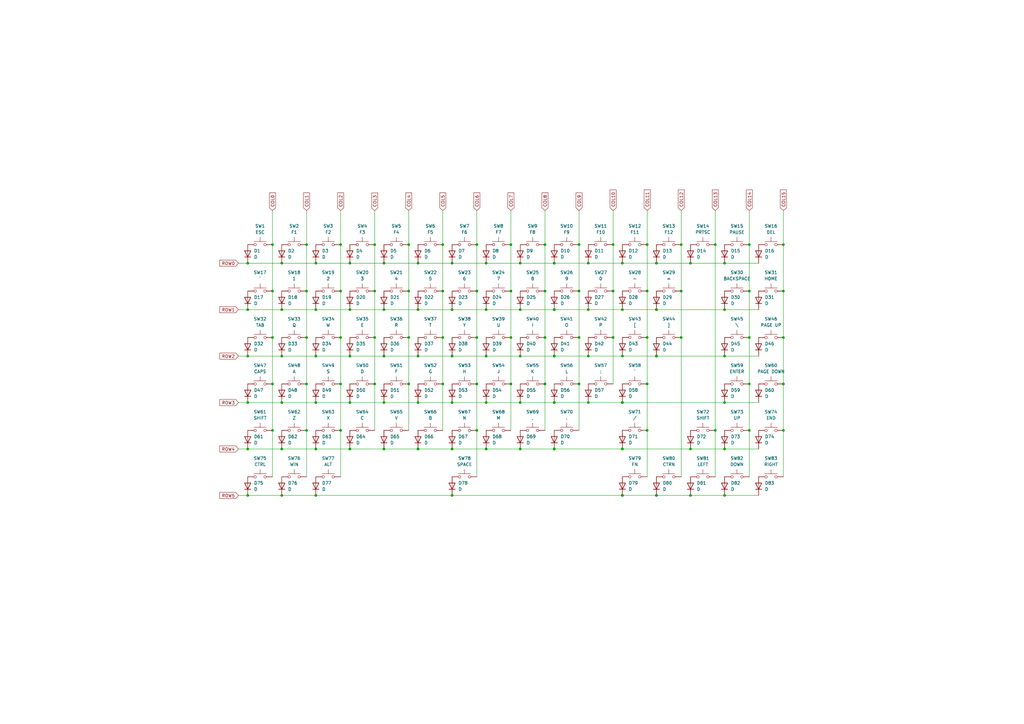
<source format=kicad_sch>
(kicad_sch (version 20211123) (generator eeschema)
  (paper "A3")
  (lib_symbols
    (symbol "Device:D" (pin_numbers hide) (pin_names (offset 1.016) hide)
      (property "Reference" "D" (at 0 2.54 0))
      (property "Value" "D" (at 0 -2.54 0))
      (symbol "D_0_1"
        (polyline (pts (xy -1.27 1.27) (xy -1.27 -1.27)) (stroke (width 0.254)))
        (polyline (pts (xy 1.27 0) (xy -1.27 0)))
        (polyline (pts (xy 1.27 1.27) (xy 1.27 -1.27) (xy -1.27 0) (xy 1.27 1.27)) (stroke (width 0.254)))
      )
      (symbol "D_1_1"
        (pin passive line (at -3.81 0 0) (length 2.54) (name "K") (number "1"))
        (pin passive line (at 3.81 0 180) (length 2.54) (name "A") (number "2"))
      )
    )
    (symbol "Switch:SW_Push" (pin_numbers hide) (pin_names (offset 1.016) hide)
      (property "Reference" "SW" (at 1.27 2.54 0))
      (property "Value" "SW_Push" (at 0 -1.524 0))
      (symbol "SW_Push_0_1"
        (circle (center -2.032 0) (radius 0.508))
        (polyline (pts (xy 0 1.27) (xy 0 3.048)))
        (polyline (pts (xy 2.54 1.27) (xy -2.54 1.27)))
        (circle (center 2.032 0) (radius 0.508))
        (pin passive line (at -5.08 0 0) (length 2.54) (name "1") (number "1"))
        (pin passive line (at 5.08 0 180) (length 2.54) (name "2") (number "2"))
      )
    )
  )
  (junction (at 171.45 127))
  (junction (at 209.55 157.48))
  (junction (at 307.34 176.53))
  (junction (at 139.7 138.43))
  (junction (at 101.6 203.2))
  (junction (at 157.48 127))
  (junction (at 255.27 126.9801))
  (junction (at 279.4 100.33))
  (junction (at 297.18 184.15))
  (junction (at 143.51 165.1))
  (junction (at 227.33 146.0301))
  (junction (at 265.43 138.4101))
  (junction (at 171.45 184.15))
  (junction (at 283.21 203.2))
  (junction (at 129.54 127))
  (junction (at 143.51 127))
  (junction (at 227.33 184.15))
  (junction (at 209.55 119.38))
  (junction (at 195.58 157.48))
  (junction (at 115.57 146.05))
  (junction (at 265.43 157.4601))
  (junction (at 227.33 107.9301))
  (junction (at 139.7 176.53))
  (junction (at 255.27 203.2))
  (junction (at 167.64 157.48))
  (junction (at 251.46 119.3601))
  (junction (at 129.54 203.2))
  (junction (at 157.48 146.05))
  (junction (at 241.3 107.9301))
  (junction (at 199.39 146.05))
  (junction (at 181.61 119.38))
  (junction (at 171.45 146.05))
  (junction (at 227.33 126.9801))
  (junction (at 125.73 138.43))
  (junction (at 139.7 157.48))
  (junction (at 265.43 176.5101))
  (junction (at 115.57 184.15))
  (junction (at 255.27 184.1301))
  (junction (at 115.57 107.95))
  (junction (at 227.33 127))
  (junction (at 111.76 138.43))
  (junction (at 307.34 138.43))
  (junction (at 269.24 203.2))
  (junction (at 185.42 203.2))
  (junction (at 241.3 126.9801))
  (junction (at 195.58 100.33))
  (junction (at 279.4 119.38))
  (junction (at 213.36 146.05))
  (junction (at 143.51 107.95))
  (junction (at 143.51 146.05))
  (junction (at 265.43 100.3101))
  (junction (at 223.52 157.48))
  (junction (at 255.27 184.15))
  (junction (at 195.58 119.38))
  (junction (at 199.39 107.95))
  (junction (at 237.49 119.3601))
  (junction (at 251.46 100.3101))
  (junction (at 307.34 119.38))
  (junction (at 213.36 107.95))
  (junction (at 143.51 184.15))
  (junction (at 269.24 127))
  (junction (at 255.27 107.9301))
  (junction (at 139.7 119.38))
  (junction (at 223.52 119.38))
  (junction (at 269.24 107.95))
  (junction (at 223.52 138.43))
  (junction (at 241.3 146.0301))
  (junction (at 269.24 203.1801))
  (junction (at 185.42 127))
  (junction (at 255.27 203.1801))
  (junction (at 237.49 138.4101))
  (junction (at 279.4 138.43))
  (junction (at 237.49 100.3101))
  (junction (at 227.33 165.1))
  (junction (at 297.18 203.2))
  (junction (at 297.18 127))
  (junction (at 199.39 127))
  (junction (at 157.48 184.15))
  (junction (at 199.39 165.1))
  (junction (at 125.73 176.53))
  (junction (at 237.49 157.4601))
  (junction (at 185.42 146.05))
  (junction (at 195.58 138.43))
  (junction (at 223.52 100.33))
  (junction (at 269.24 146.05))
  (junction (at 297.18 165.1))
  (junction (at 129.54 107.95))
  (junction (at 269.24 146.0301))
  (junction (at 195.58 176.53))
  (junction (at 111.76 119.38))
  (junction (at 153.67 157.48))
  (junction (at 185.42 165.1))
  (junction (at 227.33 184.1301))
  (junction (at 101.6 127))
  (junction (at 111.76 157.48))
  (junction (at 167.64 100.33))
  (junction (at 111.76 176.53))
  (junction (at 255.27 146.0301))
  (junction (at 321.31 100.33))
  (junction (at 269.24 107.9301))
  (junction (at 129.54 146.05))
  (junction (at 171.45 107.95))
  (junction (at 129.54 184.15))
  (junction (at 185.42 184.15))
  (junction (at 255.27 165.1))
  (junction (at 213.36 184.15))
  (junction (at 297.18 146.05))
  (junction (at 293.37 176.53))
  (junction (at 213.36 165.1))
  (junction (at 227.33 165.0801))
  (junction (at 227.33 107.95))
  (junction (at 283.21 184.15))
  (junction (at 125.73 119.38))
  (junction (at 321.31 157.48))
  (junction (at 129.54 165.1))
  (junction (at 213.36 127))
  (junction (at 111.76 100.33))
  (junction (at 125.73 157.48))
  (junction (at 321.31 176.53))
  (junction (at 115.57 203.2))
  (junction (at 167.64 138.43))
  (junction (at 101.6 165.1))
  (junction (at 209.55 138.43))
  (junction (at 269.24 126.9801))
  (junction (at 209.55 100.33))
  (junction (at 297.18 107.95))
  (junction (at 181.61 157.48))
  (junction (at 153.67 100.33))
  (junction (at 265.43 119.3601))
  (junction (at 125.73 100.33))
  (junction (at 181.61 100.33))
  (junction (at 101.6 184.15))
  (junction (at 115.57 165.1))
  (junction (at 185.42 107.95))
  (junction (at 227.33 146.05))
  (junction (at 101.6 146.05))
  (junction (at 139.7 100.33))
  (junction (at 171.45 165.1))
  (junction (at 157.48 107.95))
  (junction (at 157.48 165.1))
  (junction (at 241.3 165.0801))
  (junction (at 167.64 119.38))
  (junction (at 115.57 127))
  (junction (at 153.67 119.38))
  (junction (at 321.31 119.38))
  (junction (at 153.67 138.43))
  (junction (at 251.46 138.4101))
  (junction (at 283.21 107.95))
  (junction (at 255.27 165.0801))
  (junction (at 181.61 138.43))
  (junction (at 307.34 100.33))
  (junction (at 199.39 184.15))
  (junction (at 293.37 100.33))
  (junction (at 321.31 138.43))
  (junction (at 307.34 157.48))
  (junction (at 101.6 107.95))
  (wire (pts (xy 279.4 86.36) (xy 279.4 100.33)))
  (wire (pts (xy 195.58 86.36) (xy 195.58 100.33)))
  (wire (pts (xy 255.27 203.1801) (xy 269.24 203.1801)))
  (wire (pts (xy 265.43 119.3601) (xy 265.43 138.4101)))
  (wire (pts (xy 265.43 138.4101) (xy 265.43 157.4601)))
  (wire (pts (xy 185.42 165.1) (xy 199.39 165.1)))
  (wire (pts (xy 199.39 165.1) (xy 213.36 165.1)))
  (wire (pts (xy 269.24 146.05) (xy 297.18 146.05)))
  (wire (pts (xy 321.31 176.53) (xy 321.31 195.58)))
  (wire (pts (xy 97.79 107.95) (xy 101.6 107.95)))
  (wire (pts (xy 279.4 100.33) (xy 279.4 119.38)))
  (wire (pts (xy 199.39 127) (xy 213.36 127)))
  (wire (pts (xy 209.55 86.36) (xy 209.55 100.33)))
  (wire (pts (xy 321.31 86.36) (xy 321.31 100.33)))
  (wire (pts (xy 223.52 138.43) (xy 223.52 157.48)))
  (wire (pts (xy 293.37 176.53) (xy 293.37 195.58)))
  (wire (pts (xy 139.7 138.43) (xy 139.7 157.48)))
  (wire (pts (xy 157.48 165.1) (xy 171.45 165.1)))
  (wire (pts (xy 223.52 119.38) (xy 223.52 138.43)))
  (wire (pts (xy 129.54 146.05) (xy 143.51 146.05)))
  (wire (pts (xy 237.49 119.3601) (xy 237.49 138.4101)))
  (wire (pts (xy 293.37 86.36) (xy 293.37 100.33)))
  (wire (pts (xy 111.76 119.38) (xy 111.76 138.43)))
  (wire (pts (xy 279.4 119.38) (xy 279.4 138.43)))
  (wire (pts (xy 157.48 184.15) (xy 171.45 184.15)))
  (wire (pts (xy 115.57 203.2) (xy 129.54 203.2)))
  (wire (pts (xy 97.79 203.2) (xy 101.6 203.2)))
  (wire (pts (xy 237.49 157.4601) (xy 237.49 176.5101)))
  (wire (pts (xy 185.42 146.05) (xy 199.39 146.05)))
  (wire (pts (xy 139.7 157.48) (xy 139.7 176.53)))
  (wire (pts (xy 265.43 176.5101) (xy 265.43 195.5601)))
  (wire (pts (xy 265.43 157.4601) (xy 265.43 176.5101)))
  (wire (pts (xy 279.4 138.43) (xy 279.4 195.58)))
  (wire (pts (xy 139.7 100.33) (xy 139.7 119.38)))
  (wire (pts (xy 97.79 165.1) (xy 101.6 165.1)))
  (wire (pts (xy 195.58 138.43) (xy 195.58 157.48)))
  (wire (pts (xy 157.48 127) (xy 171.45 127)))
  (wire (pts (xy 111.76 100.33) (xy 111.76 119.38)))
  (wire (pts (xy 297.18 146.05) (xy 311.15 146.05)))
  (wire (pts (xy 269.24 127) (xy 297.18 127)))
  (wire (pts (xy 241.3 146.0301) (xy 255.27 146.0301)))
  (wire (pts (xy 321.31 100.33) (xy 321.31 119.38)))
  (wire (pts (xy 167.64 86.36) (xy 167.64 100.33)))
  (wire (pts (xy 241.3 107.9301) (xy 255.27 107.9301)))
  (wire (pts (xy 125.73 86.36) (xy 125.73 100.33)))
  (wire (pts (xy 167.64 138.43) (xy 167.64 157.48)))
  (wire (pts (xy 199.39 107.95) (xy 213.36 107.95)))
  (wire (pts (xy 213.36 165.1) (xy 227.33 165.1)))
  (wire (pts (xy 255.27 165.1) (xy 297.18 165.1)))
  (wire (pts (xy 269.24 203.2) (xy 283.21 203.2)))
  (wire (pts (xy 209.55 138.43) (xy 209.55 157.48)))
  (wire (pts (xy 129.54 107.95) (xy 143.51 107.95)))
  (wire (pts (xy 171.45 127) (xy 185.42 127)))
  (wire (pts (xy 307.34 100.33) (xy 307.34 119.38)))
  (wire (pts (xy 125.73 138.43) (xy 125.73 157.48)))
  (wire (pts (xy 171.45 184.15) (xy 185.42 184.15)))
  (wire (pts (xy 185.42 127) (xy 199.39 127)))
  (wire (pts (xy 307.34 86.36) (xy 307.34 100.33)))
  (wire (pts (xy 241.3 126.9801) (xy 255.27 126.9801)))
  (wire (pts (xy 255.27 184.15) (xy 283.21 184.15)))
  (wire (pts (xy 227.33 184.1301) (xy 255.27 184.1301)))
  (wire (pts (xy 265.43 86.3401) (xy 265.43 100.3101)))
  (wire (pts (xy 185.42 184.15) (xy 199.39 184.15)))
  (wire (pts (xy 241.3 165.0801) (xy 255.27 165.0801)))
  (wire (pts (xy 115.57 107.95) (xy 129.54 107.95)))
  (wire (pts (xy 297.18 203.2) (xy 311.15 203.2)))
  (wire (pts (xy 157.48 107.95) (xy 171.45 107.95)))
  (wire (pts (xy 251.46 119.3601) (xy 251.46 138.4101)))
  (wire (pts (xy 265.43 100.3101) (xy 265.43 119.3601)))
  (wire (pts (xy 153.67 138.43) (xy 153.67 157.48)))
  (wire (pts (xy 269.24 107.95) (xy 283.21 107.95)))
  (wire (pts (xy 171.45 146.05) (xy 185.42 146.05)))
  (wire (pts (xy 143.51 146.05) (xy 157.48 146.05)))
  (wire (pts (xy 115.57 165.1) (xy 129.54 165.1)))
  (wire (pts (xy 237.49 100.3101) (xy 237.49 119.3601)))
  (wire (pts (xy 181.61 157.48) (xy 181.61 176.53)))
  (wire (pts (xy 153.67 100.33) (xy 153.67 119.38)))
  (wire (pts (xy 297.18 107.95) (xy 311.15 107.95)))
  (wire (pts (xy 171.45 165.1) (xy 185.42 165.1)))
  (wire (pts (xy 283.21 184.15) (xy 297.18 184.15)))
  (wire (pts (xy 167.64 100.33) (xy 167.64 119.38)))
  (wire (pts (xy 153.67 86.36) (xy 153.67 100.33)))
  (wire (pts (xy 167.64 157.48) (xy 167.64 176.53)))
  (wire (pts (xy 223.52 157.48) (xy 223.52 176.53)))
  (wire (pts (xy 209.55 157.48) (xy 209.55 176.53)))
  (wire (pts (xy 227.33 126.9801) (xy 241.3 126.9801)))
  (wire (pts (xy 111.76 86.36) (xy 111.76 100.33)))
  (wire (pts (xy 237.49 86.3401) (xy 237.49 100.3101)))
  (wire (pts (xy 227.33 107.9301) (xy 241.3 107.9301)))
  (wire (pts (xy 255.27 126.9801) (xy 269.24 126.9801)))
  (wire (pts (xy 321.31 119.38) (xy 321.31 138.43)))
  (wire (pts (xy 167.64 119.38) (xy 167.64 138.43)))
  (wire (pts (xy 195.58 119.38) (xy 195.58 138.43)))
  (wire (pts (xy 181.61 138.43) (xy 181.61 157.48)))
  (wire (pts (xy 195.58 100.33) (xy 195.58 119.38)))
  (wire (pts (xy 129.54 184.15) (xy 143.51 184.15)))
  (wire (pts (xy 181.61 86.36) (xy 181.61 100.33)))
  (wire (pts (xy 237.49 138.4101) (xy 237.49 157.4601)))
  (wire (pts (xy 97.79 184.15) (xy 101.6 184.15)))
  (wire (pts (xy 139.7 176.53) (xy 139.7 195.58)))
  (wire (pts (xy 223.52 100.33) (xy 223.52 119.38)))
  (wire (pts (xy 153.67 157.48) (xy 153.67 176.53)))
  (wire (pts (xy 115.57 184.15) (xy 129.54 184.15)))
  (wire (pts (xy 97.79 127) (xy 101.6 127)))
  (wire (pts (xy 307.34 119.38) (xy 307.34 138.43)))
  (wire (pts (xy 251.46 100.3101) (xy 251.46 119.3601)))
  (wire (pts (xy 195.58 176.53) (xy 195.58 195.58)))
  (wire (pts (xy 97.79 146.05) (xy 101.6 146.05)))
  (wire (pts (xy 125.73 100.33) (xy 125.73 119.38)))
  (wire (pts (xy 171.45 107.95) (xy 185.42 107.95)))
  (wire (pts (xy 213.36 127) (xy 227.33 127)))
  (wire (pts (xy 115.57 127) (xy 129.54 127)))
  (wire (pts (xy 251.46 86.3401) (xy 251.46 100.3101)))
  (wire (pts (xy 283.21 107.95) (xy 297.18 107.95)))
  (wire (pts (xy 101.6 146.05) (xy 115.57 146.05)))
  (wire (pts (xy 307.34 157.48) (xy 307.34 176.53)))
  (wire (pts (xy 321.31 157.48) (xy 321.31 176.53)))
  (wire (pts (xy 213.36 107.95) (xy 227.33 107.95)))
  (wire (pts (xy 101.6 184.15) (xy 115.57 184.15)))
  (wire (pts (xy 227.33 146.0301) (xy 241.3 146.0301)))
  (wire (pts (xy 223.52 86.36) (xy 223.52 100.33)))
  (wire (pts (xy 143.51 165.1) (xy 157.48 165.1)))
  (wire (pts (xy 185.42 203.2) (xy 255.27 203.2)))
  (wire (pts (xy 213.36 184.15) (xy 227.33 184.15)))
  (wire (pts (xy 125.73 176.53) (xy 125.73 195.58)))
  (wire (pts (xy 293.37 100.33) (xy 293.37 176.53)))
  (wire (pts (xy 209.55 119.38) (xy 209.55 138.43)))
  (wire (pts (xy 297.18 165.1) (xy 311.15 165.1)))
  (wire (pts (xy 129.54 203.2) (xy 185.42 203.2)))
  (wire (pts (xy 101.6 165.1) (xy 115.57 165.1)))
  (wire (pts (xy 101.6 107.95) (xy 115.57 107.95)))
  (wire (pts (xy 143.51 107.95) (xy 157.48 107.95)))
  (wire (pts (xy 199.39 184.15) (xy 213.36 184.15)))
  (wire (pts (xy 213.36 146.05) (xy 227.33 146.05)))
  (wire (pts (xy 255.27 107.9301) (xy 269.24 107.9301)))
  (wire (pts (xy 111.76 138.43) (xy 111.76 157.48)))
  (wire (pts (xy 255.27 146.0301) (xy 269.24 146.0301)))
  (wire (pts (xy 307.34 138.43) (xy 307.34 157.48)))
  (wire (pts (xy 251.46 138.4101) (xy 251.46 157.4601)))
  (wire (pts (xy 185.42 107.95) (xy 199.39 107.95)))
  (wire (pts (xy 101.6 203.2) (xy 115.57 203.2)))
  (wire (pts (xy 181.61 119.38) (xy 181.61 138.43)))
  (wire (pts (xy 297.18 184.15) (xy 311.15 184.15)))
  (wire (pts (xy 143.51 184.15) (xy 157.48 184.15)))
  (wire (pts (xy 321.31 138.43) (xy 321.31 157.48)))
  (wire (pts (xy 181.61 100.33) (xy 181.61 119.38)))
  (wire (pts (xy 115.57 146.05) (xy 129.54 146.05)))
  (wire (pts (xy 111.76 176.53) (xy 111.76 195.58)))
  (wire (pts (xy 143.51 127) (xy 157.48 127)))
  (wire (pts (xy 125.73 119.38) (xy 125.73 138.43)))
  (wire (pts (xy 139.7 86.36) (xy 139.7 100.33)))
  (wire (pts (xy 139.7 119.38) (xy 139.7 138.43)))
  (wire (pts (xy 157.48 146.05) (xy 171.45 146.05)))
  (wire (pts (xy 111.76 157.48) (xy 111.76 176.53)))
  (wire (pts (xy 283.21 203.2) (xy 297.18 203.2)))
  (wire (pts (xy 199.39 146.05) (xy 213.36 146.05)))
  (wire (pts (xy 101.6 127) (xy 115.57 127)))
  (wire (pts (xy 195.58 157.48) (xy 195.58 176.53)))
  (wire (pts (xy 209.55 100.33) (xy 209.55 119.38)))
  (wire (pts (xy 307.34 176.53) (xy 307.34 195.58)))
  (wire (pts (xy 129.54 165.1) (xy 143.51 165.1)))
  (wire (pts (xy 129.54 127) (xy 143.51 127)))
  (wire (pts (xy 153.67 119.38) (xy 153.67 138.43)))
  (wire (pts (xy 125.73 157.48) (xy 125.73 176.53)))
  (wire (pts (xy 297.18 127) (xy 311.15 127)))
  (wire (pts (xy 227.33 165.0801) (xy 241.3 165.0801)))
  (global_label "COL4" (shape input) (at 167.64 86.36 90) (property "Intersheet References" "${INTERSHEET_REFS}" (effects hide)))
  (global_label "COL9" (shape input) (at 237.49 86.3401 90) (property "Intersheet References" "${INTERSHEET_REFS}" (effects hide)))
  (global_label "ROW0" (shape input) (at 97.79 107.95 180) (property "Intersheet References" "${INTERSHEET_REFS}" (effects hide)))
  (global_label "COL15" (shape input) (at 321.31 86.36 90) (property "Intersheet References" "${INTERSHEET_REFS}" (effects hide)))
  (global_label "COL14" (shape input) (at 307.34 86.36 90) (property "Intersheet References" "${INTERSHEET_REFS}" (effects hide)))
  (global_label "COL1" (shape input) (at 125.73 86.36 90) (property "Intersheet References" "${INTERSHEET_REFS}" (effects hide)))
  (global_label "COL5" (shape input) (at 181.61 86.36 90) (property "Intersheet References" "${INTERSHEET_REFS}" (effects hide)))
  (global_label "ROW4" (shape input) (at 97.79 184.15 180) (property "Intersheet References" "${INTERSHEET_REFS}" (effects hide)))
  (global_label "COL13" (shape input) (at 293.37 86.36 90) (property "Intersheet References" "${INTERSHEET_REFS}" (effects hide)))
  (global_label "COL11" (shape input) (at 265.43 86.3401 90) (property "Intersheet References" "${INTERSHEET_REFS}" (effects hide)))
  (global_label "COL2" (shape input) (at 139.7 86.36 90) (property "Intersheet References" "${INTERSHEET_REFS}" (effects hide)))
  (global_label "COL6" (shape input) (at 195.58 86.36 90) (property "Intersheet References" "${INTERSHEET_REFS}" (effects hide)))
  (global_label "COL7" (shape input) (at 209.55 86.36 90) (property "Intersheet References" "${INTERSHEET_REFS}" (effects hide)))
  (global_label "COL8" (shape input) (at 223.52 86.36 90) (property "Intersheet References" "${INTERSHEET_REFS}" (effects hide)))
  (global_label "COL3" (shape input) (at 153.67 86.4166 90) (property "Intersheet References" "${INTERSHEET_REFS}" (effects hide)))
  (global_label "COL12" (shape input) (at 279.4 86.36 90) (property "Intersheet References" "${INTERSHEET_REFS}" (effects hide)))
  (global_label "ROW5" (shape input) (at 97.79 203.2 180) (property "Intersheet References" "${INTERSHEET_REFS}" (effects hide)))
  (global_label "COL0" (shape input) (at 111.76 86.36 90) (property "Intersheet References" "${INTERSHEET_REFS}" (effects hide)))
  (global_label "COL10" (shape input) (at 251.46 86.36 90) (property "Intersheet References" "${INTERSHEET_REFS}" (effects hide)))
  (global_label "ROW1" (shape input) (at 97.79 127 180) (property "Intersheet References" "${INTERSHEET_REFS}" (effects hide)))
  (global_label "ROW3" (shape input) (at 97.79 165.1 180) (property "Intersheet References" "${INTERSHEET_REFS}" (effects hide)))
  (global_label "ROW2" (shape input) (at 97.79 146.05 180) (property "Intersheet References" "${INTERSHEET_REFS}" (effects hide)))
  (symbol (lib_id "Device:D") (at 171.45 104.14 90) (unit 1)
    (property "Reference" "D6" (at 173.99 102.8699 90) (effects (justify right)))
    (property "Value" "D" (at 173.99 105.4099 90) (effects (justify right)))
  )
  (symbol (lib_id "Switch:SW_Push") (at 120.65 157.48 0) (unit 1)
    (property "Reference" "SW48" (at 120.65 149.86 0))
    (property "Value" "A" (at 120.65 152.4 0))
  )
  (symbol (lib_id "Device:D") (at 129.54 104.14 90) (unit 1)
    (property "Reference" "D3" (at 132.08 102.8699 90) (effects (justify right)))
    (property "Value" "D" (at 132.08 105.4099 90) (effects (justify right)))
  )
  (symbol (lib_id "Switch:SW_Push") (at 120.65 195.58 0) (unit 1)
    (property "Reference" "SW76" (at 120.65 187.96 0))
    (property "Value" "WIN" (at 120.65 190.5 0))
  )
  (symbol (lib_id "Device:D") (at 213.36 142.24 90) (unit 1)
    (property "Reference" "D40" (at 215.9 140.9699 90) (effects (justify right)))
    (property "Value" "D" (at 215.9 143.5099 90) (effects (justify right)))
  )
  (symbol (lib_id "Switch:SW_Push") (at 218.44 157.48 0) (unit 1)
    (property "Reference" "SW55" (at 218.44 149.86 0))
    (property "Value" "K" (at 218.44 152.4 0))
  )
  (symbol (lib_id "Switch:SW_Push") (at 260.35 100.3101 0) (unit 1)
    (property "Reference" "SW12" (at 260.35 92.71 0))
    (property "Value" "F11" (at 260.35 95.25 0))
  )
  (symbol (lib_id "Device:D") (at 171.45 161.29 90) (unit 1)
    (property "Reference" "D52" (at 173.99 160.0199 90) (effects (justify right)))
    (property "Value" "D" (at 173.99 162.5599 90) (effects (justify right)))
  )
  (symbol (lib_id "Device:D") (at 213.36 123.19 90) (unit 1)
    (property "Reference" "D25" (at 215.9 121.9199 90) (effects (justify right)))
    (property "Value" "D" (at 215.9 124.4599 90) (effects (justify right)))
  )
  (symbol (lib_id "Switch:SW_Push") (at 106.68 157.48 0) (unit 1)
    (property "Reference" "SW47" (at 106.68 149.86 0))
    (property "Value" "CAPS" (at 106.68 152.4 0))
  )
  (symbol (lib_id "Switch:SW_Push") (at 274.32 100.33 0) (unit 1)
    (property "Reference" "SW13" (at 274.32 92.71 0))
    (property "Value" "F12" (at 274.32 95.25 0))
  )
  (symbol (lib_id "Device:D") (at 157.48 142.24 90) (unit 1)
    (property "Reference" "D36" (at 160.02 140.9699 90) (effects (justify right)))
    (property "Value" "D" (at 160.02 143.5099 90) (effects (justify right)))
  )
  (symbol (lib_id "Switch:SW_Push") (at 120.65 138.43 0) (unit 1)
    (property "Reference" "SW33" (at 120.65 130.81 0))
    (property "Value" "Q" (at 120.65 133.35 0))
  )
  (symbol (lib_id "Device:D") (at 311.15 123.19 90) (unit 1)
    (property "Reference" "D31" (at 313.69 121.9199 90) (effects (justify right)))
    (property "Value" "D" (at 313.69 124.4599 90) (effects (justify right)))
  )
  (symbol (lib_id "Device:D") (at 283.21 199.39 90) (unit 1)
    (property "Reference" "D81" (at 285.75 198.1199 90) (effects (justify right)))
    (property "Value" "D" (at 285.75 200.6599 90) (effects (justify right)))
  )
  (symbol (lib_id "Switch:SW_Push") (at 162.56 157.48 0) (unit 1)
    (property "Reference" "SW51" (at 162.56 149.86 0))
    (property "Value" "F" (at 162.56 152.4 0))
  )
  (symbol (lib_id "Device:D") (at 199.39 123.19 90) (unit 1)
    (property "Reference" "D24" (at 201.93 121.9199 90) (effects (justify right)))
    (property "Value" "D" (at 201.93 124.4599 90) (effects (justify right)))
  )
  (symbol (lib_id "Switch:SW_Push") (at 204.47 138.43 0) (unit 1)
    (property "Reference" "SW39" (at 204.47 130.81 0))
    (property "Value" "U" (at 204.47 133.35 0))
  )
  (symbol (lib_id "Switch:SW_Push") (at 176.53 157.48 0) (unit 1)
    (property "Reference" "SW52" (at 176.53 149.86 0))
    (property "Value" "G" (at 176.53 152.4 0))
  )
  (symbol (lib_id "Device:D") (at 143.51 161.29 90) (unit 1)
    (property "Reference" "D50" (at 146.05 160.0199 90) (effects (justify right)))
    (property "Value" "D" (at 146.05 162.5599 90) (effects (justify right)))
  )
  (symbol (lib_id "Switch:SW_Push") (at 232.41 157.4601 0) (unit 1)
    (property "Reference" "SW56" (at 232.41 149.86 0))
    (property "Value" "L" (at 232.41 152.4 0))
  )
  (symbol (lib_id "Device:D") (at 129.54 123.19 90) (unit 1)
    (property "Reference" "D19" (at 132.08 121.9199 90) (effects (justify right)))
    (property "Value" "D" (at 132.08 124.4599 90) (effects (justify right)))
  )
  (symbol (lib_id "Device:D") (at 115.57 142.24 90) (unit 1)
    (property "Reference" "D33" (at 118.11 140.9699 90) (effects (justify right)))
    (property "Value" "D" (at 118.11 143.5099 90) (effects (justify right)))
  )
  (symbol (lib_id "Device:D") (at 185.42 123.19 90) (unit 1)
    (property "Reference" "D23" (at 187.96 121.9199 90) (effects (justify right)))
    (property "Value" "D" (at 187.96 124.4599 90) (effects (justify right)))
  )
  (symbol (lib_id "Switch:SW_Push") (at 246.38 100.3101 0) (unit 1)
    (property "Reference" "SW11" (at 246.38 92.71 0))
    (property "Value" "F10" (at 246.38 95.25 0))
  )
  (symbol (lib_id "Switch:SW_Push") (at 106.68 119.38 0) (unit 1)
    (property "Reference" "SW17" (at 106.68 111.76 0))
    (property "Value" "`" (at 106.68 114.3 0))
  )
  (symbol (lib_id "Switch:SW_Push") (at 316.23 138.43 0) (unit 1)
    (property "Reference" "SW46" (at 316.23 130.81 0))
    (property "Value" "PAGE UP" (at 316.23 133.35 0))
  )
  (symbol (lib_id "Device:D") (at 101.6 142.24 90) (unit 1)
    (property "Reference" "D32" (at 104.14 140.9699 90) (effects (justify right)))
    (property "Value" "D" (at 104.14 143.5099 90) (effects (justify right)))
  )
  (symbol (lib_id "Device:D") (at 157.48 104.14 90) (unit 1)
    (property "Reference" "D5" (at 160.02 102.8699 90) (effects (justify right)))
    (property "Value" "D" (at 160.02 105.4099 90) (effects (justify right)))
  )
  (symbol (lib_id "Device:D") (at 129.54 161.29 90) (unit 1)
    (property "Reference" "D49" (at 132.08 160.0199 90) (effects (justify right)))
    (property "Value" "D" (at 132.08 162.5599 90) (effects (justify right)))
  )
  (symbol (lib_id "Switch:SW_Push") (at 232.41 176.5101 0) (unit 1)
    (property "Reference" "SW70" (at 232.41 168.91 0))
    (property "Value" "." (at 232.41 171.45 0))
  )
  (symbol (lib_id "Switch:SW_Push") (at 260.35 195.5601 0) (unit 1)
    (property "Reference" "SW79" (at 260.35 187.96 0))
    (property "Value" "FN" (at 260.35 190.5 0))
  )
  (symbol (lib_id "Device:D") (at 101.6 161.29 90) (unit 1)
    (property "Reference" "D47" (at 104.14 160.0199 90) (effects (justify right)))
    (property "Value" "D" (at 104.14 162.5599 90) (effects (justify right)))
  )
  (symbol (lib_id "Switch:SW_Push") (at 190.5 195.58 0) (unit 1)
    (property "Reference" "SW78" (at 190.5 187.96 0))
    (property "Value" "SPACE" (at 190.5 190.5 0))
  )
  (symbol (lib_id "Device:D") (at 115.57 161.29 90) (unit 1)
    (property "Reference" "D48" (at 118.11 160.0199 90) (effects (justify right)))
    (property "Value" "D" (at 118.11 162.5599 90) (effects (justify right)))
  )
  (symbol (lib_id "Switch:SW_Push") (at 218.44 119.38 0) (unit 1)
    (property "Reference" "SW25" (at 218.44 111.76 0))
    (property "Value" "8" (at 218.44 114.3 0))
  )
  (symbol (lib_id "Switch:SW_Push") (at 176.53 100.33 0) (unit 1)
    (property "Reference" "SW6" (at 176.53 92.71 0))
    (property "Value" "F5" (at 176.53 95.25 0))
  )
  (symbol (lib_id "Switch:SW_Push") (at 232.41 119.3601 0) (unit 1)
    (property "Reference" "SW26" (at 232.41 111.76 0))
    (property "Value" "9" (at 232.41 114.3 0))
  )
  (symbol (lib_id "Switch:SW_Push") (at 162.56 176.53 0) (unit 1)
    (property "Reference" "SW65" (at 162.56 168.91 0))
    (property "Value" "V" (at 162.56 171.45 0))
  )
  (symbol (lib_id "Device:D") (at 157.48 123.19 90) (unit 1)
    (property "Reference" "D21" (at 160.02 121.9199 90) (effects (justify right)))
    (property "Value" "D" (at 160.02 124.4599 90) (effects (justify right)))
  )
  (symbol (lib_id "Switch:SW_Push") (at 316.23 157.48 0) (unit 1)
    (property "Reference" "SW60" (at 316.23 149.86 0))
    (property "Value" "PAGE DOWN" (at 316.23 152.4 0))
  )
  (symbol (lib_id "Device:D") (at 129.54 142.24 90) (unit 1)
    (property "Reference" "D34" (at 132.08 140.9699 90) (effects (justify right)))
    (property "Value" "D" (at 132.08 143.5099 90) (effects (justify right)))
  )
  (symbol (lib_id "Device:D") (at 185.42 104.14 90) (unit 1)
    (property "Reference" "D7" (at 187.96 102.8699 90) (effects (justify right)))
    (property "Value" "D" (at 187.96 105.4099 90) (effects (justify right)))
  )
  (symbol (lib_id "Device:D") (at 241.3 142.2201 90) (unit 1)
    (property "Reference" "D42" (at 243.84 140.95 90) (effects (justify right)))
    (property "Value" "D" (at 243.84 143.49 90) (effects (justify right)))
  )
  (symbol (lib_id "Switch:SW_Push") (at 190.5 119.38 0) (unit 1)
    (property "Reference" "SW23" (at 190.5 111.76 0))
    (property "Value" "6" (at 190.5 114.3 0))
  )
  (symbol (lib_id "Device:D") (at 185.42 180.34 90) (unit 1)
    (property "Reference" "D67" (at 187.96 179.0699 90) (effects (justify right)))
    (property "Value" "D" (at 187.96 181.6099 90) (effects (justify right)))
  )
  (symbol (lib_id "Switch:SW_Push") (at 162.56 100.33 0) (unit 1)
    (property "Reference" "SW5" (at 162.56 92.71 0))
    (property "Value" "F4" (at 162.56 95.25 0))
  )
  (symbol (lib_id "Switch:SW_Push") (at 134.62 157.48 0) (unit 1)
    (property "Reference" "SW49" (at 134.62 149.86 0))
    (property "Value" "S" (at 134.62 152.4 0))
  )
  (symbol (lib_id "Switch:SW_Push") (at 246.38 138.4101 0) (unit 1)
    (property "Reference" "SW42" (at 246.38 130.81 0))
    (property "Value" "P" (at 246.38 133.35 0))
  )
  (symbol (lib_id "Device:D") (at 255.27 161.2701 90) (unit 1)
    (property "Reference" "D58" (at 257.81 160 90) (effects (justify right)))
    (property "Value" "D" (at 257.81 162.54 90) (effects (justify right)))
  )
  (symbol (lib_id "Switch:SW_Push") (at 302.26 100.33 0) (unit 1)
    (property "Reference" "SW15" (at 302.26 92.71 0))
    (property "Value" "PAUSE" (at 302.26 95.25 0))
  )
  (symbol (lib_id "Switch:SW_Push") (at 274.32 138.43 0) (unit 1)
    (property "Reference" "SW44" (at 274.32 130.81 0))
    (property "Value" "]" (at 274.32 133.35 0))
  )
  (symbol (lib_id "Switch:SW_Push") (at 148.59 100.33 0) (unit 1)
    (property "Reference" "SW4" (at 148.59 92.71 0))
    (property "Value" "F3" (at 148.59 95.25 0))
  )
  (symbol (lib_id "Switch:SW_Push") (at 302.26 176.53 0) (unit 1)
    (property "Reference" "SW73" (at 302.26 168.91 0))
    (property "Value" "UP" (at 302.26 171.45 0))
  )
  (symbol (lib_id "Device:D") (at 241.3 123.1701 90) (unit 1)
    (property "Reference" "D27" (at 243.84 121.9 90) (effects (justify right)))
    (property "Value" "D" (at 243.84 124.44 90) (effects (justify right)))
  )
  (symbol (lib_id "Switch:SW_Push") (at 302.26 119.38 0) (unit 1)
    (property "Reference" "SW30" (at 302.26 111.76 0))
    (property "Value" "BACKSPACE" (at 302.26 114.3 0))
  )
  (symbol (lib_id "Switch:SW_Push") (at 204.47 119.38 0) (unit 1)
    (property "Reference" "SW24" (at 204.47 111.76 0))
    (property "Value" "7" (at 204.47 114.3 0))
  )
  (symbol (lib_id "Switch:SW_Push") (at 302.26 195.58 0) (unit 1)
    (property "Reference" "SW82" (at 302.26 187.96 0))
    (property "Value" "DOWN" (at 302.26 190.5 0))
  )
  (symbol (lib_id "Device:D") (at 297.18 142.24 90) (unit 1)
    (property "Reference" "D45" (at 299.72 140.9699 90) (effects (justify right)))
    (property "Value" "D" (at 299.72 143.5099 90) (effects (justify right)))
  )
  (symbol (lib_id "Device:D") (at 115.57 199.39 90) (unit 1)
    (property "Reference" "D76" (at 118.11 198.1199 90) (effects (justify right)))
    (property "Value" "D" (at 118.11 200.6599 90) (effects (justify right)))
  )
  (symbol (lib_id "Switch:SW_Push") (at 120.65 119.38 0) (unit 1)
    (property "Reference" "SW18" (at 120.65 111.76 0))
    (property "Value" "1" (at 120.65 114.3 0))
  )
  (symbol (lib_id "Device:D") (at 297.18 180.34 90) (unit 1)
    (property "Reference" "D73" (at 299.72 179.0699 90) (effects (justify right)))
    (property "Value" "D" (at 299.72 181.6099 90) (effects (justify right)))
  )
  (symbol (lib_id "Device:D") (at 269.24 142.24 90) (unit 1)
    (property "Reference" "D44" (at 271.78 140.9699 90) (effects (justify right)))
    (property "Value" "D" (at 271.78 143.5099 90) (effects (justify right)))
  )
  (symbol (lib_id "Switch:SW_Push") (at 134.62 138.43 0) (unit 1)
    (property "Reference" "SW34" (at 134.62 130.81 0))
    (property "Value" "W" (at 134.62 133.35 0))
  )
  (symbol (lib_id "Device:D") (at 157.48 161.29 90) (unit 1)
    (property "Reference" "D51" (at 160.02 160.0199 90) (effects (justify right)))
    (property "Value" "D" (at 160.02 162.5599 90) (effects (justify right)))
  )
  (symbol (lib_id "Device:D") (at 241.3 104.1201 90) (unit 1)
    (property "Reference" "D11" (at 243.84 102.85 90) (effects (justify right)))
    (property "Value" "D" (at 243.84 105.39 90) (effects (justify right)))
  )
  (symbol (lib_id "Device:D") (at 115.57 123.19 90) (unit 1)
    (property "Reference" "D18" (at 118.11 121.9199 90) (effects (justify right)))
    (property "Value" "D" (at 118.11 124.4599 90) (effects (justify right)))
  )
  (symbol (lib_id "Device:D") (at 143.51 142.24 90) (unit 1)
    (property "Reference" "D35" (at 146.05 140.9699 90) (effects (justify right)))
    (property "Value" "D" (at 146.05 143.5099 90) (effects (justify right)))
  )
  (symbol (lib_id "Switch:SW_Push") (at 232.41 100.3101 0) (unit 1)
    (property "Reference" "SW10" (at 232.41 92.71 0))
    (property "Value" "F9" (at 232.41 95.25 0))
  )
  (symbol (lib_id "Device:D") (at 101.6 123.19 90) (unit 1)
    (property "Reference" "D17" (at 104.14 121.9199 90) (effects (justify right)))
    (property "Value" "D" (at 104.14 124.4599 90) (effects (justify right)))
  )
  (symbol (lib_id "Device:D") (at 199.39 180.34 90) (unit 1)
    (property "Reference" "D68" (at 201.93 179.0699 90) (effects (justify right)))
    (property "Value" "D" (at 201.93 181.6099 90) (effects (justify right)))
  )
  (symbol (lib_id "Device:D") (at 185.42 199.39 90) (unit 1)
    (property "Reference" "D78" (at 187.96 198.1199 90) (effects (justify right)))
    (property "Value" "D" (at 187.96 200.6599 90) (effects (justify right)))
  )
  (symbol (lib_id "Device:D") (at 101.6 180.34 90) (unit 1)
    (property "Reference" "D61" (at 104.14 179.0699 90) (effects (justify right)))
    (property "Value" "D" (at 104.14 181.6099 90) (effects (justify right)))
  )
  (symbol (lib_id "Switch:SW_Push") (at 204.47 100.33 0) (unit 1)
    (property "Reference" "SW8" (at 204.47 92.71 0))
    (property "Value" "F7" (at 204.47 95.25 0))
  )
  (symbol (lib_id "Device:D") (at 199.39 104.14 90) (unit 1)
    (property "Reference" "D8" (at 201.93 102.8699 90) (effects (justify right)))
    (property "Value" "D" (at 201.93 105.4099 90) (effects (justify right)))
  )
  (symbol (lib_id "Switch:SW_Push") (at 288.29 100.33 0) (unit 1)
    (property "Reference" "SW14" (at 288.29 92.71 0))
    (property "Value" "PRTSC" (at 288.29 95.25 0))
  )
  (symbol (lib_id "Switch:SW_Push") (at 162.56 119.38 0) (unit 1)
    (property "Reference" "SW21" (at 162.56 111.76 0))
    (property "Value" "4" (at 162.56 114.3 0))
  )
  (symbol (lib_id "Device:D") (at 185.42 142.24 90) (unit 1)
    (property "Reference" "D38" (at 187.96 140.9699 90) (effects (justify right)))
    (property "Value" "D" (at 187.96 143.5099 90) (effects (justify right)))
  )
  (symbol (lib_id "Device:D") (at 143.51 123.19 90) (unit 1)
    (property "Reference" "D20" (at 146.05 121.9199 90) (effects (justify right)))
    (property "Value" "D" (at 146.05 124.4599 90) (effects (justify right)))
  )
  (symbol (lib_id "Device:D") (at 297.18 161.29 90) (unit 1)
    (property "Reference" "D59" (at 299.72 160.0199 90) (effects (justify right)))
    (property "Value" "D" (at 299.72 162.5599 90) (effects (justify right)))
  )
  (symbol (lib_id "Device:D") (at 255.27 180.3201 90) (unit 1)
    (property "Reference" "D71" (at 257.81 179.05 90) (effects (justify right)))
    (property "Value" "D" (at 257.81 181.59 90) (effects (justify right)))
  )
  (symbol (lib_id "Switch:SW_Push") (at 190.5 176.53 0) (unit 1)
    (property "Reference" "SW67" (at 190.5 168.91 0))
    (property "Value" "N" (at 190.5 171.45 0))
  )
  (symbol (lib_id "Switch:SW_Push") (at 218.44 138.43 0) (unit 1)
    (property "Reference" "SW40" (at 218.44 130.81 0))
    (property "Value" "I" (at 218.44 133.35 0))
  )
  (symbol (lib_id "Switch:SW_Push") (at 232.41 138.4101 0) (unit 1)
    (property "Reference" "SW41" (at 232.41 130.81 0))
    (property "Value" "O" (at 232.41 133.35 0))
  )
  (symbol (lib_id "Device:D") (at 143.51 104.14 90) (unit 1)
    (property "Reference" "D4" (at 146.05 102.8699 90) (effects (justify right)))
    (property "Value" "D" (at 146.05 105.4099 90) (effects (justify right)))
  )
  (symbol (lib_id "Switch:SW_Push") (at 134.62 195.58 0) (unit 1)
    (property "Reference" "SW77" (at 134.62 187.96 0))
    (property "Value" "ALT" (at 134.62 190.5 0))
  )
  (symbol (lib_id "Device:D") (at 157.48 180.34 90) (unit 1)
    (property "Reference" "D65" (at 160.02 179.0699 90) (effects (justify right)))
    (property "Value" "D" (at 160.02 181.6099 90) (effects (justify right)))
  )
  (symbol (lib_id "Switch:SW_Push") (at 176.53 138.43 0) (unit 1)
    (property "Reference" "SW37" (at 176.53 130.81 0))
    (property "Value" "T" (at 176.53 133.35 0))
  )
  (symbol (lib_id "Switch:SW_Push") (at 120.65 176.53 0) (unit 1)
    (property "Reference" "SW62" (at 120.65 168.91 0))
    (property "Value" "Z" (at 120.65 171.45 0))
  )
  (symbol (lib_id "Switch:SW_Push") (at 106.68 195.58 0) (unit 1)
    (property "Reference" "SW75" (at 106.68 187.96 0))
    (property "Value" "CTRL" (at 106.68 190.5 0))
  )
  (symbol (lib_id "Switch:SW_Push") (at 274.32 119.38 0) (unit 1)
    (property "Reference" "SW29" (at 274.32 111.76 0))
    (property "Value" "=" (at 274.32 114.3 0))
  )
  (symbol (lib_id "Device:D") (at 185.42 161.29 90) (unit 1)
    (property "Reference" "D53" (at 187.96 160.0199 90) (effects (justify right)))
    (property "Value" "D" (at 187.96 162.5599 90) (effects (justify right)))
  )
  (symbol (lib_id "Device:D") (at 227.33 142.2201 90) (unit 1)
    (property "Reference" "D41" (at 229.87 140.95 90) (effects (justify right)))
    (property "Value" "D" (at 229.87 143.49 90) (effects (justify right)))
  )
  (symbol (lib_id "Switch:SW_Push") (at 148.59 157.48 0) (unit 1)
    (property "Reference" "SW50" (at 148.59 149.86 0))
    (property "Value" "D" (at 148.59 152.4 0))
  )
  (symbol (lib_id "Switch:SW_Push") (at 148.59 119.38 0) (unit 1)
    (property "Reference" "SW20" (at 148.59 111.76 0))
    (property "Value" "3" (at 148.59 114.3 0))
  )
  (symbol (lib_id "Device:D") (at 213.36 161.29 90) (unit 1)
    (property "Reference" "D55" (at 215.9 160.0199 90) (effects (justify right)))
    (property "Value" "D" (at 215.9 162.5599 90) (effects (justify right)))
  )
  (symbol (lib_id "Device:D") (at 311.15 104.14 90) (unit 1)
    (property "Reference" "D16" (at 313.69 102.8699 90) (effects (justify right)))
    (property "Value" "D" (at 313.69 105.4099 90) (effects (justify right)))
  )
  (symbol (lib_id "Device:D") (at 227.33 161.2701 90) (unit 1)
    (property "Reference" "D56" (at 229.87 160 90) (effects (justify right)))
    (property "Value" "D" (at 229.87 162.54 90) (effects (justify right)))
  )
  (symbol (lib_id "Switch:SW_Push") (at 134.62 119.38 0) (unit 1)
    (property "Reference" "SW19" (at 134.62 111.76 0))
    (property "Value" "2" (at 134.62 114.3 0))
  )
  (symbol (lib_id "Device:D") (at 171.45 180.34 90) (unit 1)
    (property "Reference" "D66" (at 173.99 179.0699 90) (effects (justify right)))
    (property "Value" "D" (at 173.99 181.6099 90) (effects (justify right)))
  )
  (symbol (lib_id "Switch:SW_Push") (at 288.29 176.53 0) (unit 1)
    (property "Reference" "SW72" (at 288.29 168.91 0))
    (property "Value" "SHIFT" (at 288.29 171.45 0))
  )
  (symbol (lib_id "Device:D") (at 227.33 104.1201 90) (unit 1)
    (property "Reference" "D10" (at 229.87 102.85 90) (effects (justify right)))
    (property "Value" "D" (at 229.87 105.39 90) (effects (justify right)))
  )
  (symbol (lib_id "Device:D") (at 283.21 180.34 90) (unit 1)
    (property "Reference" "D72" (at 285.75 179.0699 90) (effects (justify right)))
    (property "Value" "D" (at 285.75 181.6099 90) (effects (justify right)))
  )
  (symbol (lib_id "Device:D") (at 129.54 199.39 90) (unit 1)
    (property "Reference" "D77" (at 132.08 198.1199 90) (effects (justify right)))
    (property "Value" "D" (at 132.08 200.6599 90) (effects (justify right)))
  )
  (symbol (lib_id "Switch:SW_Push") (at 190.5 157.48 0) (unit 1)
    (property "Reference" "SW53" (at 190.5 149.86 0))
    (property "Value" "H" (at 190.5 152.4 0))
  )
  (symbol (lib_id "Switch:SW_Push") (at 204.47 176.53 0) (unit 1)
    (property "Reference" "SW68" (at 204.47 168.91 0))
    (property "Value" "M" (at 204.47 171.45 0))
  )
  (symbol (lib_id "Switch:SW_Push") (at 246.38 119.3601 0) (unit 1)
    (property "Reference" "SW27" (at 246.38 111.76 0))
    (property "Value" "0" (at 246.38 114.3 0))
  )
  (symbol (lib_id "Device:D") (at 297.18 104.14 90) (unit 1)
    (property "Reference" "D15" (at 299.72 102.8699 90) (effects (justify right)))
    (property "Value" "D" (at 299.72 105.4099 90) (effects (justify right)))
  )
  (symbol (lib_id "Device:D") (at 143.51 180.34 90) (unit 1)
    (property "Reference" "D64" (at 146.05 179.0699 90) (effects (justify right)))
    (property "Value" "D" (at 146.05 181.6099 90) (effects (justify right)))
  )
  (symbol (lib_id "Switch:SW_Push") (at 106.68 176.53 0) (unit 1)
    (property "Reference" "SW61" (at 106.68 168.91 0))
    (property "Value" "SHIFT" (at 106.68 171.45 0))
  )
  (symbol (lib_id "Device:D") (at 241.3 161.2701 90) (unit 1)
    (property "Reference" "D57" (at 243.84 160 90) (effects (justify right)))
    (property "Value" "D" (at 243.84 162.54 90) (effects (justify right)))
  )
  (symbol (lib_id "Device:D") (at 297.18 199.39 90) (unit 1)
    (property "Reference" "D82" (at 299.72 198.1199 90) (effects (justify right)))
    (property "Value" "D" (at 299.72 200.6599 90) (effects (justify right)))
  )
  (symbol (lib_id "Switch:SW_Push") (at 134.62 176.53 0) (unit 1)
    (property "Reference" "SW63" (at 134.62 168.91 0))
    (property "Value" "X" (at 134.62 171.45 0))
  )
  (symbol (lib_id "Switch:SW_Push") (at 260.35 138.4101 0) (unit 1)
    (property "Reference" "SW43" (at 260.35 130.81 0))
    (property "Value" "[" (at 260.35 133.35 0))
  )
  (symbol (lib_id "Switch:SW_Push") (at 316.23 195.58 0) (unit 1)
    (property "Reference" "SW83" (at 316.23 187.96 0))
    (property "Value" "RIGHT" (at 316.23 190.5 0))
  )
  (symbol (lib_id "Switch:SW_Push") (at 148.59 176.53 0) (unit 1)
    (property "Reference" "SW64" (at 148.59 168.91 0))
    (property "Value" "C" (at 148.59 171.45 0))
  )
  (symbol (lib_id "Device:D") (at 115.57 104.14 90) (unit 1)
    (property "Reference" "D2" (at 118.11 102.8699 90) (effects (justify right)))
    (property "Value" "D" (at 118.11 105.4099 90) (effects (justify right)))
  )
  (symbol (lib_id "Switch:SW_Push") (at 176.53 119.38 0) (unit 1)
    (property "Reference" "SW22" (at 176.53 111.76 0))
    (property "Value" "5" (at 176.53 114.3 0))
  )
  (symbol (lib_id "Device:D") (at 311.15 180.34 90) (unit 1)
    (property "Reference" "D74" (at 313.69 179.0699 90) (effects (justify right)))
    (property "Value" "D" (at 313.69 181.6099 90) (effects (justify right)))
  )
  (symbol (lib_id "Switch:SW_Push") (at 106.68 100.33 0) (unit 1)
    (property "Reference" "SW1" (at 106.68 92.71 0))
    (property "Value" "ESC" (at 106.68 95.25 0))
  )
  (symbol (lib_id "Switch:SW_Push") (at 302.26 138.43 0) (unit 1)
    (property "Reference" "SW45" (at 302.26 130.81 0))
    (property "Value" "\\" (at 302.26 133.35 0))
  )
  (symbol (lib_id "Switch:SW_Push") (at 260.35 176.5101 0) (unit 1)
    (property "Reference" "SW71" (at 260.35 168.91 0))
    (property "Value" "/" (at 260.35 171.45 0))
  )
  (symbol (lib_id "Device:D") (at 297.18 123.19 90) (unit 1)
    (property "Reference" "D30" (at 299.72 121.9199 90) (effects (justify right)))
    (property "Value" "D" (at 299.72 124.4599 90) (effects (justify right)))
  )
  (symbol (lib_id "Switch:SW_Push") (at 316.23 176.53 0) (unit 1)
    (property "Reference" "SW74" (at 316.23 168.91 0))
    (property "Value" "END" (at 316.23 171.45 0))
  )
  (symbol (lib_id "Switch:SW_Push") (at 148.59 138.43 0) (unit 1)
    (property "Reference" "SW35" (at 148.59 130.81 0))
    (property "Value" "E" (at 148.59 133.35 0))
  )
  (symbol (lib_id "Switch:SW_Push") (at 190.5 138.43 0) (unit 1)
    (property "Reference" "SW38" (at 190.5 130.81 0))
    (property "Value" "Y" (at 190.5 133.35 0))
  )
  (symbol (lib_id "Switch:SW_Push") (at 288.29 195.58 0) (unit 1)
    (property "Reference" "SW81" (at 288.29 187.96 0))
    (property "Value" "LEFT" (at 288.29 190.5 0))
  )
  (symbol (lib_id "Device:D") (at 101.6 199.39 90) (unit 1)
    (property "Reference" "D75" (at 104.14 198.1199 90) (effects (justify right)))
    (property "Value" "D" (at 104.14 200.6599 90) (effects (justify right)))
  )
  (symbol (lib_id "Device:D") (at 227.33 180.3201 90) (unit 1)
    (property "Reference" "D70" (at 229.87 179.05 90) (effects (justify right)))
    (property "Value" "D" (at 229.87 181.59 90) (effects (justify right)))
  )
  (symbol (lib_id "Device:D") (at 269.24 104.14 90) (unit 1)
    (property "Reference" "D13" (at 271.78 102.8699 90) (effects (justify right)))
    (property "Value" "D" (at 271.78 105.4099 90) (effects (justify right)))
  )
  (symbol (lib_id "Switch:SW_Push") (at 176.53 176.53 0) (unit 1)
    (property "Reference" "SW66" (at 176.53 168.91 0))
    (property "Value" "B" (at 176.53 171.45 0))
  )
  (symbol (lib_id "Switch:SW_Push") (at 302.26 157.48 0) (unit 1)
    (property "Reference" "SW59" (at 302.26 149.86 0))
    (property "Value" "ENTER" (at 302.26 152.4 0))
  )
  (symbol (lib_id "Device:D") (at 199.39 142.24 90) (unit 1)
    (property "Reference" "D39" (at 201.93 140.9699 90) (effects (justify right)))
    (property "Value" "D" (at 201.93 143.5099 90) (effects (justify right)))
  )
  (symbol (lib_id "Switch:SW_Push") (at 218.44 100.33 0) (unit 1)
    (property "Reference" "SW9" (at 218.44 92.71 0))
    (property "Value" "F8" (at 218.44 95.25 0))
  )
  (symbol (lib_id "Device:D") (at 255.27 142.2201 90) (unit 1)
    (property "Reference" "D43" (at 257.81 140.95 90) (effects (justify right)))
    (property "Value" "D" (at 257.81 143.49 90) (effects (justify right)))
  )
  (symbol (lib_id "Switch:SW_Push") (at 260.35 119.3601 0) (unit 1)
    (property "Reference" "SW28" (at 260.35 111.76 0))
    (property "Value" "-" (at 260.35 114.3 0))
  )
  (symbol (lib_id "Switch:SW_Push") (at 190.5 100.33 0) (unit 1)
    (property "Reference" "SW7" (at 190.5 92.71 0))
    (property "Value" "F6" (at 190.5 95.25 0))
  )
  (symbol (lib_id "Device:D") (at 129.54 180.34 90) (unit 1)
    (property "Reference" "D63" (at 132.08 179.0699 90) (effects (justify right)))
    (property "Value" "D" (at 132.08 181.6099 90) (effects (justify right)))
  )
  (symbol (lib_id "Device:D") (at 101.6 104.14 90) (unit 1)
    (property "Reference" "D1" (at 104.14 102.8699 90) (effects (justify right)))
    (property "Value" "D" (at 104.14 105.4099 90) (effects (justify right)))
  )
  (symbol (lib_id "Device:D") (at 213.36 104.14 90) (unit 1)
    (property "Reference" "D9" (at 215.9 102.8699 90) (effects (justify right)))
    (property "Value" "D" (at 215.9 105.4099 90) (effects (justify right)))
  )
  (symbol (lib_id "Device:D") (at 255.27 199.3701 90) (unit 1)
    (property "Reference" "D79" (at 257.81 198.1 90) (effects (justify right)))
    (property "Value" "D" (at 257.81 200.64 90) (effects (justify right)))
  )
  (symbol (lib_id "Switch:SW_Push") (at 316.23 100.33 0) (unit 1)
    (property "Reference" "SW16" (at 316.23 92.71 0))
    (property "Value" "DEL" (at 316.23 95.25 0))
  )
  (symbol (lib_id "Device:D") (at 311.15 142.24 90) (unit 1)
    (property "Reference" "D46" (at 313.69 140.9699 90) (effects (justify right)))
    (property "Value" "D" (at 313.69 143.5099 90) (effects (justify right)))
  )
  (symbol (lib_id "Device:D") (at 115.57 180.34 90) (unit 1)
    (property "Reference" "D62" (at 118.11 179.0699 90) (effects (justify right)))
    (property "Value" "D" (at 118.11 181.6099 90) (effects (justify right)))
  )
  (symbol (lib_id "Switch:SW_Push") (at 260.35 157.4601 0) (unit 1)
    (property "Reference" "SW58" (at 260.35 149.8401 0))
    (property "Value" "'" (at 260.35 152.3801 0))
  )
  (symbol (lib_id "Switch:SW_Push") (at 106.68 138.43 0) (unit 1)
    (property "Reference" "SW32" (at 106.68 130.81 0))
    (property "Value" "TAB" (at 106.68 133.35 0))
  )
  (symbol (lib_id "Device:D") (at 199.39 161.29 90) (unit 1)
    (property "Reference" "D54" (at 201.93 160.0199 90) (effects (justify right)))
    (property "Value" "D" (at 201.93 162.5599 90) (effects (justify right)))
  )
  (symbol (lib_id "Device:D") (at 255.27 123.1701 90) (unit 1)
    (property "Reference" "D28" (at 257.81 121.9 90) (effects (justify right)))
    (property "Value" "D" (at 257.81 124.44 90) (effects (justify right)))
  )
  (symbol (lib_id "Device:D") (at 171.45 142.24 90) (unit 1)
    (property "Reference" "D37" (at 173.99 140.9699 90) (effects (justify right)))
    (property "Value" "D" (at 173.99 143.5099 90) (effects (justify right)))
  )
  (symbol (lib_id "Switch:SW_Push") (at 316.23 119.38 0) (unit 1)
    (property "Reference" "SW31" (at 316.23 111.76 0))
    (property "Value" "HOME" (at 316.23 114.3 0))
  )
  (symbol (lib_id "Device:D") (at 269.24 199.39 90) (unit 1)
    (property "Reference" "D80" (at 271.78 198.1199 90) (effects (justify right)))
    (property "Value" "D" (at 271.78 200.6599 90) (effects (justify right)))
  )
  (symbol (lib_id "Device:D") (at 311.15 199.39 90) (unit 1)
    (property "Reference" "D83" (at 313.69 198.1199 90) (effects (justify right)))
    (property "Value" "D" (at 313.69 200.6599 90) (effects (justify right)))
  )
  (symbol (lib_id "Switch:SW_Push") (at 120.65 100.33 0) (unit 1)
    (property "Reference" "SW2" (at 120.65 92.71 0))
    (property "Value" "F1" (at 120.65 95.25 0))
  )
  (symbol (lib_id "Switch:SW_Push") (at 204.47 157.48 0) (unit 1)
    (property "Reference" "SW54" (at 204.47 149.86 0))
    (property "Value" "J" (at 204.47 152.4 0))
  )
  (symbol (lib_id "Device:D") (at 171.45 123.19 90) (unit 1)
    (property "Reference" "D22" (at 173.99 121.9199 90) (effects (justify right)))
    (property "Value" "D" (at 173.99 124.4599 90) (effects (justify right)))
  )
  (symbol (lib_id "Switch:SW_Push") (at 134.62 100.33 0) (unit 1)
    (property "Reference" "SW3" (at 134.62 92.71 0))
    (property "Value" "F2" (at 134.62 95.25 0))
  )
  (symbol (lib_id "Device:D") (at 311.15 161.29 90) (unit 1)
    (property "Reference" "D60" (at 313.69 160.0199 90) (effects (justify right)))
    (property "Value" "D" (at 313.69 162.5599 90) (effects (justify right)))
  )
  (symbol (lib_id "Device:D") (at 227.33 123.1701 90) (unit 1)
    (property "Reference" "D26" (at 229.87 121.9 90) (effects (justify right)))
    (property "Value" "D" (at 229.87 124.44 90) (effects (justify right)))
  )
  (symbol (lib_id "Device:D") (at 213.36 180.34 90) (unit 1)
    (property "Reference" "D69" (at 215.9 179.0699 90) (effects (justify right)))
    (property "Value" "D" (at 215.9 181.6099 90) (effects (justify right)))
  )
  (symbol (lib_id "Device:D") (at 255.27 104.1201 90) (unit 1)
    (property "Reference" "D12" (at 257.81 102.85 90) (effects (justify right)))
    (property "Value" "D" (at 257.81 105.39 90) (effects (justify right)))
  )
  (symbol (lib_id "Switch:SW_Push") (at 246.38 157.4601 0) (unit 1)
    (property "Reference" "SW57" (at 246.38 149.86 0))
    (property "Value" ";" (at 246.38 152.4 0))
  )
  (symbol (lib_id "Switch:SW_Push") (at 274.32 195.58 0) (unit 1)
    (property "Reference" "SW80" (at 274.32 187.96 0))
    (property "Value" "CTRN" (at 274.32 190.5 0))
  )
  (symbol (lib_id "Switch:SW_Push") (at 218.44 176.53 0) (unit 1)
    (property "Reference" "SW69" (at 218.44 168.91 0))
    (property "Value" "," (at 218.44 171.45 0))
  )
  (symbol (lib_id "Device:D") (at 269.24 123.19 90) (unit 1)
    (property "Reference" "D29" (at 271.78 121.9199 90) (effects (justify right)))
    (property "Value" "D" (at 271.78 124.4599 90) (effects (justify right)))
  )
  (symbol (lib_id "Device:D") (at 283.21 104.14 90) (unit 1)
    (property "Reference" "D14" (at 285.75 102.8699 90) (effects (justify right)))
    (property "Value" "D" (at 285.75 105.4099 90) (effects (justify right)))
  )
  (symbol (lib_id "Switch:SW_Push") (at 162.56 138.43 0) (unit 1)
    (property "Reference" "SW36" (at 162.56 130.81 0))
    (property "Value" "R" (at 162.56 133.35 0))
  )
)
</source>
